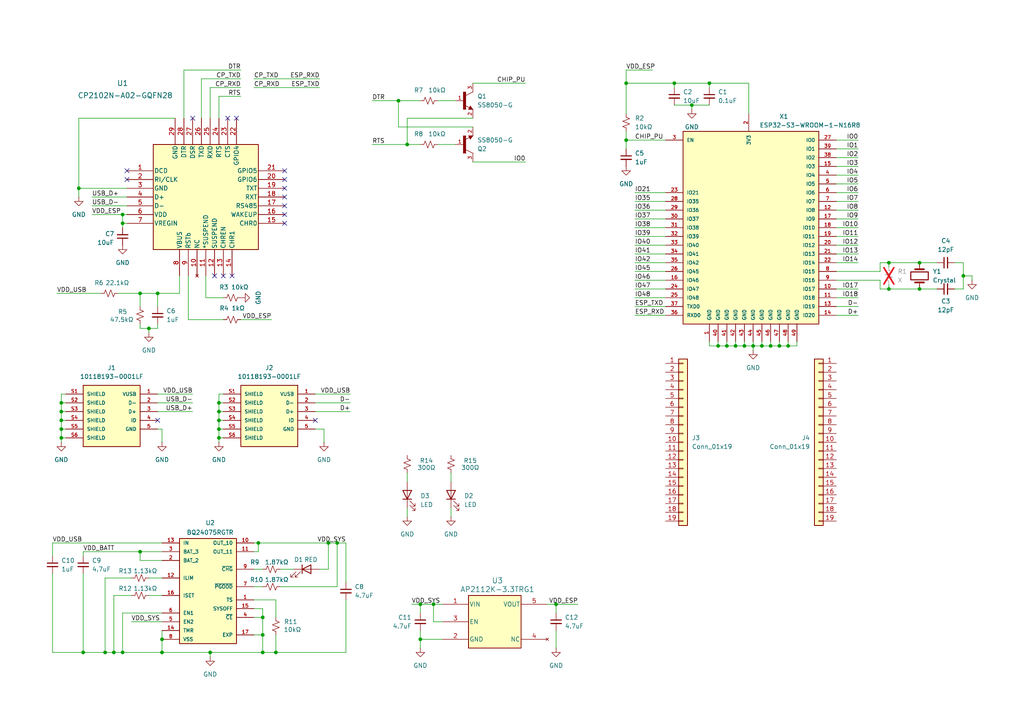
<source format=kicad_sch>
(kicad_sch (version 20231120) (generator "eeschema") (generator_version "8.0")
  (paper "A4")
  (junction (at 63.5 127))
  (junction (at 181.61 40.64))
  (junction (at 228.6 100.33))
  (junction (at 40.64 85.09))
  (junction (at 76.2 184.15))
  (junction (at 63.5 121.92))
  (junction (at 24.13 189.23))
  (junction (at 17.78 119.38))
  (junction (at 60.96 189.23))
  (junction (at 35.56 189.23))
  (junction (at 80.01 189.23))
  (junction (at 74.93 157.48))
  (junction (at 118.11 41.91))
  (junction (at 63.5 119.38))
  (junction (at 220.98 100.33))
  (junction (at 208.28 100.33))
  (junction (at 125.73 175.26))
  (junction (at 17.78 124.46))
  (junction (at 17.78 121.92))
  (junction (at 279.4 80.01))
  (junction (at 35.56 64.77))
  (junction (at 30.48 189.23))
  (junction (at 266.7 76.2))
  (junction (at 213.36 100.33))
  (junction (at 17.78 127))
  (junction (at 257.81 76.2))
  (junction (at 205.74 24.13))
  (junction (at 223.52 100.33))
  (junction (at 46.99 189.23))
  (junction (at 22.86 54.61))
  (junction (at 76.2 189.23))
  (junction (at 226.06 100.33))
  (junction (at 46.99 185.42))
  (junction (at 210.82 100.33))
  (junction (at 266.7 83.82))
  (junction (at 76.2 179.07))
  (junction (at 200.66 30.48))
  (junction (at 115.57 29.21))
  (junction (at 161.29 175.26))
  (junction (at 95.25 157.48))
  (junction (at 17.78 116.84))
  (junction (at 43.18 95.25))
  (junction (at 215.9 100.33))
  (junction (at 35.56 62.23))
  (junction (at 40.64 160.02))
  (junction (at 63.5 116.84))
  (junction (at 63.5 124.46))
  (junction (at 218.44 100.33))
  (junction (at 181.61 24.13))
  (junction (at 121.92 175.26))
  (junction (at 195.58 24.13))
  (junction (at 121.92 185.42))
  (junction (at 257.81 83.82))
  (junction (at 97.79 157.48))
  (junction (at 45.72 85.09))
  (junction (at 33.02 189.23))
  (no_connect (at 68.58 34.29))
  (no_connect (at 82.55 64.77))
  (no_connect (at 82.55 49.53))
  (no_connect (at 82.55 59.69))
  (no_connect (at 82.55 54.61))
  (no_connect (at 62.23 80.01))
  (no_connect (at 36.83 49.53))
  (no_connect (at 82.55 62.23))
  (no_connect (at 55.88 34.29))
  (no_connect (at 66.04 34.29))
  (no_connect (at 82.55 57.15))
  (no_connect (at 45.72 121.92))
  (no_connect (at 82.55 52.07))
  (no_connect (at 67.31 80.01))
  (no_connect (at 64.77 80.01))
  (no_connect (at 36.83 52.07))
  (no_connect (at 91.44 121.92))
  (wire (pts (xy 161.29 182.88) (xy 161.29 187.96)))
  (wire (pts (xy 46.99 177.8) (xy 35.56 177.8)))
  (wire (pts (xy 73.66 179.07) (xy 76.2 179.07)))
  (wire (pts (xy 184.15 86.36) (xy 193.04 86.36)))
  (wire (pts (xy 242.57 55.88) (xy 248.92 55.88)))
  (wire (pts (xy 100.33 173.99) (xy 100.33 189.23)))
  (wire (pts (xy 43.18 172.72) (xy 46.99 172.72)))
  (wire (pts (xy 242.57 66.04) (xy 248.92 66.04)))
  (wire (pts (xy 218.44 100.33) (xy 218.44 101.6)))
  (wire (pts (xy 200.66 30.48) (xy 200.66 31.75)))
  (wire (pts (xy 220.98 99.06) (xy 220.98 100.33)))
  (wire (pts (xy 24.13 189.23) (xy 30.48 189.23)))
  (wire (pts (xy 45.72 85.09) (xy 40.64 85.09)))
  (wire (pts (xy 19.05 119.38) (xy 17.78 119.38)))
  (wire (pts (xy 60.96 190.5) (xy 60.96 189.23)))
  (wire (pts (xy 73.66 22.86) (xy 92.71 22.86)))
  (wire (pts (xy 30.48 167.64) (xy 30.48 189.23)))
  (wire (pts (xy 276.86 83.82) (xy 279.4 83.82)))
  (wire (pts (xy 215.9 100.33) (xy 218.44 100.33)))
  (wire (pts (xy 205.74 99.06) (xy 205.74 100.33)))
  (wire (pts (xy 242.57 48.26) (xy 248.92 48.26)))
  (wire (pts (xy 220.98 100.33) (xy 218.44 100.33)))
  (wire (pts (xy 195.58 30.48) (xy 200.66 30.48)))
  (wire (pts (xy 125.73 180.34) (xy 125.73 175.26)))
  (wire (pts (xy 17.78 127) (xy 19.05 127)))
  (wire (pts (xy 26.67 62.23) (xy 35.56 62.23)))
  (wire (pts (xy 15.24 166.37) (xy 15.24 189.23)))
  (wire (pts (xy 40.64 93.98) (xy 40.64 95.25)))
  (wire (pts (xy 242.57 88.9) (xy 248.92 88.9)))
  (wire (pts (xy 60.96 25.4) (xy 69.85 25.4)))
  (wire (pts (xy 17.78 114.3) (xy 17.78 116.84)))
  (wire (pts (xy 91.44 119.38) (xy 101.6 119.38)))
  (wire (pts (xy 43.18 95.25) (xy 43.18 96.52)))
  (wire (pts (xy 17.78 124.46) (xy 17.78 127)))
  (wire (pts (xy 137.16 36.83) (xy 115.57 36.83)))
  (wire (pts (xy 50.8 34.29) (xy 22.86 34.29)))
  (wire (pts (xy 45.72 124.46) (xy 46.99 124.46)))
  (wire (pts (xy 19.05 116.84) (xy 17.78 116.84)))
  (wire (pts (xy 121.92 185.42) (xy 121.92 187.96)))
  (wire (pts (xy 184.15 60.96) (xy 193.04 60.96)))
  (wire (pts (xy 93.98 128.27) (xy 93.98 124.46)))
  (wire (pts (xy 266.7 76.2) (xy 271.78 76.2)))
  (wire (pts (xy 242.57 81.28) (xy 255.27 81.28)))
  (wire (pts (xy 158.75 175.26) (xy 161.29 175.26)))
  (wire (pts (xy 26.67 59.69) (xy 36.83 59.69)))
  (wire (pts (xy 242.57 50.8) (xy 248.92 50.8)))
  (wire (pts (xy 208.28 99.06) (xy 208.28 100.33)))
  (wire (pts (xy 184.15 55.88) (xy 193.04 55.88)))
  (wire (pts (xy 255.27 76.2) (xy 257.81 76.2)))
  (wire (pts (xy 45.72 114.3) (xy 55.88 114.3)))
  (wire (pts (xy 242.57 43.18) (xy 248.92 43.18)))
  (wire (pts (xy 181.61 40.64) (xy 181.61 38.1)))
  (wire (pts (xy 257.81 76.2) (xy 266.7 76.2)))
  (wire (pts (xy 97.79 170.18) (xy 97.79 157.48)))
  (wire (pts (xy 60.96 34.29) (xy 60.96 25.4)))
  (wire (pts (xy 95.25 157.48) (xy 97.79 157.48)))
  (wire (pts (xy 205.74 24.13) (xy 205.74 25.4)))
  (wire (pts (xy 81.28 165.1) (xy 85.09 165.1)))
  (wire (pts (xy 125.73 175.26) (xy 128.27 175.26)))
  (wire (pts (xy 184.15 68.58) (xy 193.04 68.58)))
  (wire (pts (xy 130.81 147.32) (xy 130.81 149.86)))
  (wire (pts (xy 205.74 100.33) (xy 208.28 100.33)))
  (wire (pts (xy 16.51 85.09) (xy 29.21 85.09)))
  (wire (pts (xy 63.5 128.27) (xy 63.5 127)))
  (wire (pts (xy 184.15 81.28) (xy 193.04 81.28)))
  (wire (pts (xy 242.57 63.5) (xy 248.92 63.5)))
  (wire (pts (xy 184.15 66.04) (xy 193.04 66.04)))
  (wire (pts (xy 161.29 175.26) (xy 161.29 177.8)))
  (wire (pts (xy 22.86 57.15) (xy 22.86 54.61)))
  (wire (pts (xy 231.14 99.06) (xy 231.14 100.33)))
  (wire (pts (xy 35.56 64.77) (xy 35.56 62.23)))
  (wire (pts (xy 217.17 33.02) (xy 217.17 24.13)))
  (wire (pts (xy 33.02 189.23) (xy 35.56 189.23)))
  (wire (pts (xy 24.13 166.37) (xy 24.13 189.23)))
  (wire (pts (xy 53.34 34.29) (xy 53.34 20.32)))
  (wire (pts (xy 242.57 78.74) (xy 255.27 78.74)))
  (wire (pts (xy 213.36 99.06) (xy 213.36 100.33)))
  (wire (pts (xy 226.06 99.06) (xy 226.06 100.33)))
  (wire (pts (xy 242.57 73.66) (xy 248.92 73.66)))
  (wire (pts (xy 33.02 172.72) (xy 33.02 189.23)))
  (wire (pts (xy 107.95 29.21) (xy 115.57 29.21)))
  (wire (pts (xy 184.15 71.12) (xy 193.04 71.12)))
  (wire (pts (xy 46.99 124.46) (xy 46.99 128.27)))
  (wire (pts (xy 69.85 92.71) (xy 78.74 92.71)))
  (wire (pts (xy 58.42 22.86) (xy 69.85 22.86)))
  (wire (pts (xy 181.61 24.13) (xy 195.58 24.13)))
  (wire (pts (xy 213.36 100.33) (xy 215.9 100.33)))
  (wire (pts (xy 181.61 33.02) (xy 181.61 24.13)))
  (wire (pts (xy 100.33 189.23) (xy 80.01 189.23)))
  (wire (pts (xy 63.5 127) (xy 64.77 127)))
  (wire (pts (xy 19.05 124.46) (xy 17.78 124.46)))
  (wire (pts (xy 63.5 124.46) (xy 63.5 121.92)))
  (wire (pts (xy 130.81 137.16) (xy 130.81 139.7)))
  (wire (pts (xy 205.74 30.48) (xy 200.66 30.48)))
  (wire (pts (xy 46.99 162.56) (xy 40.64 162.56)))
  (wire (pts (xy 242.57 83.82) (xy 248.92 83.82)))
  (wire (pts (xy 137.16 46.99) (xy 152.4 46.99)))
  (wire (pts (xy 281.94 80.01) (xy 281.94 81.28)))
  (wire (pts (xy 208.28 100.33) (xy 210.82 100.33)))
  (wire (pts (xy 184.15 76.2) (xy 193.04 76.2)))
  (wire (pts (xy 38.1 167.64) (xy 30.48 167.64)))
  (wire (pts (xy 137.16 34.29) (xy 118.11 34.29)))
  (wire (pts (xy 43.18 95.25) (xy 45.72 95.25)))
  (wire (pts (xy 231.14 100.33) (xy 228.6 100.33)))
  (wire (pts (xy 63.5 119.38) (xy 63.5 116.84)))
  (wire (pts (xy 40.64 85.09) (xy 34.29 85.09)))
  (wire (pts (xy 76.2 184.15) (xy 76.2 189.23)))
  (wire (pts (xy 46.99 182.88) (xy 46.99 185.42)))
  (wire (pts (xy 118.11 137.16) (xy 118.11 139.7)))
  (wire (pts (xy 257.81 83.82) (xy 266.7 83.82)))
  (wire (pts (xy 184.15 73.66) (xy 193.04 73.66)))
  (wire (pts (xy 45.72 85.09) (xy 45.72 88.9)))
  (wire (pts (xy 22.86 34.29) (xy 22.86 54.61)))
  (wire (pts (xy 242.57 40.64) (xy 248.92 40.64)))
  (wire (pts (xy 63.5 119.38) (xy 64.77 119.38)))
  (wire (pts (xy 91.44 114.3) (xy 101.6 114.3)))
  (wire (pts (xy 63.5 116.84) (xy 64.77 116.84)))
  (wire (pts (xy 181.61 20.32) (xy 181.61 24.13)))
  (wire (pts (xy 184.15 78.74) (xy 193.04 78.74)))
  (wire (pts (xy 43.18 167.64) (xy 46.99 167.64)))
  (wire (pts (xy 118.11 41.91) (xy 121.92 41.91)))
  (wire (pts (xy 121.92 175.26) (xy 121.92 177.8)))
  (wire (pts (xy 80.01 184.15) (xy 80.01 189.23)))
  (wire (pts (xy 279.4 80.01) (xy 279.4 83.82)))
  (wire (pts (xy 242.57 91.44) (xy 248.92 91.44)))
  (wire (pts (xy 81.28 170.18) (xy 97.79 170.18)))
  (wire (pts (xy 38.1 180.34) (xy 46.99 180.34)))
  (wire (pts (xy 242.57 68.58) (xy 248.92 68.58)))
  (wire (pts (xy 26.67 57.15) (xy 36.83 57.15)))
  (wire (pts (xy 121.92 175.26) (xy 125.73 175.26)))
  (wire (pts (xy 228.6 100.33) (xy 226.06 100.33)))
  (wire (pts (xy 223.52 100.33) (xy 220.98 100.33)))
  (wire (pts (xy 127 29.21) (xy 132.08 29.21)))
  (wire (pts (xy 255.27 78.74) (xy 255.27 76.2)))
  (wire (pts (xy 74.93 160.02) (xy 74.93 157.48)))
  (wire (pts (xy 195.58 24.13) (xy 205.74 24.13)))
  (wire (pts (xy 73.66 165.1) (xy 76.2 165.1)))
  (wire (pts (xy 210.82 100.33) (xy 213.36 100.33)))
  (wire (pts (xy 223.52 99.06) (xy 223.52 100.33)))
  (wire (pts (xy 73.66 176.53) (xy 76.2 176.53)))
  (wire (pts (xy 255.27 81.28) (xy 255.27 83.82)))
  (wire (pts (xy 181.61 40.64) (xy 181.61 43.18)))
  (wire (pts (xy 73.66 160.02) (xy 74.93 160.02)))
  (wire (pts (xy 184.15 88.9) (xy 193.04 88.9)))
  (wire (pts (xy 15.24 157.48) (xy 46.99 157.48)))
  (wire (pts (xy 118.11 34.29) (xy 118.11 41.91)))
  (wire (pts (xy 80.01 189.23) (xy 76.2 189.23)))
  (wire (pts (xy 46.99 185.42) (xy 46.99 189.23)))
  (wire (pts (xy 60.96 189.23) (xy 76.2 189.23)))
  (wire (pts (xy 19.05 114.3) (xy 17.78 114.3)))
  (wire (pts (xy 64.77 92.71) (xy 54.61 92.71)))
  (wire (pts (xy 121.92 185.42) (xy 128.27 185.42)))
  (wire (pts (xy 118.11 147.32) (xy 118.11 149.86)))
  (wire (pts (xy 93.98 124.46) (xy 91.44 124.46)))
  (wire (pts (xy 17.78 128.27) (xy 17.78 127)))
  (wire (pts (xy 22.86 54.61) (xy 36.83 54.61)))
  (wire (pts (xy 40.64 85.09) (xy 40.64 88.9)))
  (wire (pts (xy 73.66 184.15) (xy 76.2 184.15)))
  (wire (pts (xy 15.24 189.23) (xy 24.13 189.23)))
  (wire (pts (xy 279.4 76.2) (xy 279.4 80.01)))
  (wire (pts (xy 40.64 95.25) (xy 43.18 95.25)))
  (wire (pts (xy 45.72 119.38) (xy 55.88 119.38)))
  (wire (pts (xy 242.57 86.36) (xy 248.92 86.36)))
  (wire (pts (xy 279.4 76.2) (xy 276.86 76.2)))
  (wire (pts (xy 35.56 177.8) (xy 35.56 189.23)))
  (wire (pts (xy 45.72 95.25) (xy 45.72 93.98)))
  (wire (pts (xy 19.05 121.92) (xy 17.78 121.92)))
  (wire (pts (xy 58.42 34.29) (xy 58.42 22.86)))
  (wire (pts (xy 73.66 25.4) (xy 92.71 25.4)))
  (wire (pts (xy 45.72 116.84) (xy 55.88 116.84)))
  (wire (pts (xy 257.81 76.2) (xy 257.81 77.47)))
  (wire (pts (xy 128.27 180.34) (xy 125.73 180.34)))
  (wire (pts (xy 107.95 41.91) (xy 118.11 41.91)))
  (wire (pts (xy 59.69 80.01) (xy 59.69 86.36)))
  (wire (pts (xy 266.7 83.82) (xy 271.78 83.82)))
  (wire (pts (xy 74.93 157.48) (xy 95.25 157.48)))
  (wire (pts (xy 17.78 119.38) (xy 17.78 121.92)))
  (wire (pts (xy 195.58 25.4) (xy 195.58 24.13)))
  (wire (pts (xy 95.25 157.48) (xy 95.25 165.1)))
  (wire (pts (xy 15.24 157.48) (xy 15.24 161.29)))
  (wire (pts (xy 217.17 24.13) (xy 205.74 24.13)))
  (wire (pts (xy 35.56 66.04) (xy 35.56 64.77)))
  (wire (pts (xy 63.5 116.84) (xy 63.5 114.3)))
  (wire (pts (xy 255.27 83.82) (xy 257.81 83.82)))
  (wire (pts (xy 17.78 116.84) (xy 17.78 119.38)))
  (wire (pts (xy 73.66 173.99) (xy 80.01 173.99)))
  (wire (pts (xy 73.66 170.18) (xy 76.2 170.18)))
  (wire (pts (xy 161.29 175.26) (xy 167.64 175.26)))
  (wire (pts (xy 24.13 160.02) (xy 24.13 161.29)))
  (wire (pts (xy 63.5 127) (xy 63.5 124.46)))
  (wire (pts (xy 64.77 86.36) (xy 59.69 86.36)))
  (wire (pts (xy 115.57 36.83) (xy 115.57 29.21)))
  (wire (pts (xy 242.57 71.12) (xy 248.92 71.12)))
  (wire (pts (xy 36.83 64.77) (xy 35.56 64.77)))
  (wire (pts (xy 52.07 80.01) (xy 52.07 85.09)))
  (wire (pts (xy 115.57 29.21) (xy 121.92 29.21)))
  (wire (pts (xy 35.56 189.23) (xy 46.99 189.23)))
  (wire (pts (xy 242.57 53.34) (xy 248.92 53.34)))
  (wire (pts (xy 95.25 165.1) (xy 92.71 165.1)))
  (wire (pts (xy 52.07 85.09) (xy 45.72 85.09)))
  (wire (pts (xy 76.2 176.53) (xy 76.2 179.07)))
  (wire (pts (xy 210.82 99.06) (xy 210.82 100.33)))
  (wire (pts (xy 242.57 60.96) (xy 248.92 60.96)))
  (wire (pts (xy 137.16 24.13) (xy 152.4 24.13)))
  (wire (pts (xy 226.06 100.33) (xy 223.52 100.33)))
  (wire (pts (xy 63.5 121.92) (xy 63.5 119.38)))
  (wire (pts (xy 242.57 45.72) (xy 248.92 45.72)))
  (wire (pts (xy 63.5 121.92) (xy 64.77 121.92)))
  (wire (pts (xy 46.99 189.23) (xy 60.96 189.23)))
  (wire (pts (xy 40.64 160.02) (xy 24.13 160.02)))
  (wire (pts (xy 53.34 20.32) (xy 69.85 20.32)))
  (wire (pts (xy 242.57 76.2) (xy 248.92 76.2)))
  (wire (pts (xy 63.5 124.46) (xy 64.77 124.46)))
  (wire (pts (xy 35.56 62.23) (xy 36.83 62.23)))
  (wire (pts (xy 218.44 99.06) (xy 218.44 100.33)))
  (wire (pts (xy 17.78 121.92) (xy 17.78 124.46)))
  (wire (pts (xy 63.5 27.94) (xy 69.85 27.94)))
  (wire (pts (xy 30.48 189.23) (xy 33.02 189.23)))
  (wire (pts (xy 80.01 173.99) (xy 80.01 179.07)))
  (wire (pts (xy 121.92 182.88) (xy 121.92 185.42)))
  (wire (pts (xy 228.6 99.06) (xy 228.6 100.33)))
  (wire (pts (xy 91.44 116.84) (xy 101.6 116.84)))
  (wire (pts (xy 76.2 179.07) (xy 76.2 184.15)))
  (wire (pts (xy 257.81 82.55) (xy 257.81 83.82)))
  (wire (pts (xy 119.38 175.26) (xy 121.92 175.26)))
  (wire (pts (xy 40.64 162.56) (xy 40.64 160.02)))
  (wire (pts (xy 279.4 80.01) (xy 281.94 80.01)))
  (wire (pts (xy 38.1 172.72) (xy 33.02 172.72)))
  (wire (pts (xy 46.99 160.02) (xy 40.64 160.02)))
  (wire (pts (xy 63.5 114.3) (xy 64.77 114.3)))
  (wire (pts (xy 181.61 20.32) (xy 189.23 20.32)))
  (wire (pts (xy 215.9 99.06) (xy 215.9 100.33)))
  (wire (pts (xy 63.5 34.29) (xy 63.5 27.94)))
  (wire (pts (xy 242.57 58.42) (xy 248.92 58.42)))
  (wire (pts (xy 184.15 83.82) (xy 193.04 83.82)))
  (wire (pts (xy 184.15 91.44) (xy 193.04 91.44)))
  (wire (pts (xy 184.15 63.5) (xy 193.04 63.5)))
  (wire (pts (xy 100.33 168.91) (xy 100.33 157.48)))
  (wire (pts (xy 181.61 40.64) (xy 193.04 40.64)))
  (wire (pts (xy 97.79 157.48) (xy 100.33 157.48)))
  (wire (pts (xy 73.66 157.48) (xy 74.93 157.48)))
  (wire (pts (xy 54.61 92.71) (xy 54.61 80.01)))
  (wire (pts (xy 184.15 58.42) (xy 193.04 58.42)))
  (wire (pts (xy 127 41.91) (xy 132.08 41.91)))
  (label "USB_D-" (at 55.88 116.84 180))
  (label "IO3" (at 248.92 48.26 180))
  (label "CHIP_PU" (at 184.15 40.64 0))
  (label "D+" (at 101.6 119.38 180))
  (label "VDD_ESP" (at 167.64 175.26 180))
  (label "IO6" (at 248.92 55.88 180))
  (label "VDD_SYS" (at 119.38 175.26 0))
  (label "IO8" (at 248.92 60.96 180))
  (label "IO37" (at 184.15 63.5 0))
  (label "VDD_ESP" (at 181.61 20.32 0))
  (label "IO13" (at 248.92 73.66 180))
  (label "USB_D-" (at 26.67 59.69 0))
  (label "ESP_RXD" (at 184.15 91.44 0))
  (label "IO18" (at 248.92 86.36 180))
  (label "VDD_USB" (at 16.51 85.09 0))
  (label "VDD_SYS" (at 38.1 180.34 0))
  (label "VDD_USB" (at 55.88 114.3 180))
  (label "ESP_TXD" (at 92.71 25.4 180))
  (label "IO0" (at 248.92 40.64 180))
  (label "ESP_TXD" (at 184.15 88.9 0))
  (label "IO1" (at 248.92 43.18 180))
  (label "CP_RXD" (at 69.85 25.4 180))
  (label "CP_TXD" (at 73.66 22.86 0))
  (label "IO9" (at 248.92 63.5 180))
  (label "VDD_SYS" (at 100.33 157.48 180))
  (label "VDD_ESP" (at 78.74 92.71 180))
  (label "IO36" (at 184.15 60.96 0))
  (label "IO2" (at 248.92 45.72 180))
  (label "VDD_BATT" (at 24.13 160.02 0))
  (label "IO7" (at 248.92 58.42 180))
  (label "VDD_USB" (at 15.24 157.48 0))
  (label "DTR" (at 69.85 20.32 180))
  (label "IO0" (at 152.4 46.99 180))
  (label "IO48" (at 184.15 86.36 0))
  (label "VDD_USB" (at 101.6 114.3 180))
  (label "IO46" (at 184.15 81.28 0))
  (label "IO17" (at 248.92 83.82 180))
  (label "RTS" (at 107.95 41.91 0))
  (label "IO35" (at 184.15 58.42 0))
  (label "CHIP_PU" (at 152.4 24.13 180))
  (label "D+" (at 248.92 91.44 180))
  (label "ESP_RXD" (at 92.71 22.86 180))
  (label "IO42" (at 184.15 76.2 0))
  (label "CP_TXD" (at 69.85 22.86 180))
  (label "IO5" (at 248.92 53.34 180))
  (label "D-" (at 101.6 116.84 180))
  (label "VDD_ESP" (at 26.67 62.23 0))
  (label "D-" (at 248.92 88.9 180))
  (label "IO4" (at 248.92 50.8 180))
  (label "IO41" (at 184.15 73.66 0))
  (label "IO38" (at 184.15 66.04 0))
  (label "IO11" (at 248.92 68.58 180))
  (label "IO45" (at 184.15 78.74 0))
  (label "CP_RXD" (at 73.66 25.4 0))
  (label "USB_D+" (at 26.67 57.15 0))
  (label "RTS" (at 69.85 27.94 180))
  (label "IO40" (at 184.15 71.12 0))
  (label "DTR" (at 107.95 29.21 0))
  (label "USB_D+" (at 55.88 119.38 180))
  (label "IO14" (at 248.92 76.2 180))
  (label "IO39" (at 184.15 68.58 0))
  (label "IO10" (at 248.92 66.04 180))
  (label "IO21" (at 184.15 55.88 0))
  (label "IO12" (at 248.92 71.12 180))
  (label "IO47" (at 184.15 83.82 0))
  (symbol (lib_id "Device:Crystal") (at 266.7 80.01 90) (unit 1)
    (property "Reference" "Y1" (at 270.51 78.7399 90) (effects (justify right)))
    (property "Value" "Crystal" (at 270.51 81.2799 90) (effects (justify right)))
    (property "Footprint" "32kHz-crystal:12.87159_GYE" (effects (hide yes)))
    (property "Description" "Two pin crystal" (effects (hide yes)))
    (property "Purchase Link" "https://www.digikey.com/en/products/detail/geyer-electronic-america-inc/12-87147/14290689?s=N4IgTCBcDaIOIFMCeCBOACAogGwQYwBdUB7AOwEs90BBAWzUoEMAadASVLwDp0BGMLgA4A7LwAswkAF0AvkA" (effects (hide yes)))
  )
  (symbol (lib_id "power:GND") (at 17.78 128.27 0) (unit 1)
    (property "Reference" "#PWR010" (effects (hide yes)))
    (property "Value" "GND" (at 17.78 133.35 0))
    (property "Description" "Power symbol creates a global label with name \"GND\" , ground" (effects (hide yes)))
  )
  (symbol (lib_id "Device:R_Small_US") (at 40.64 167.64 90) (unit 1)
    (property "Reference" "R13" (at 36.322 165.608 90))
    (property "Value" "1.13kΩ" (at 42.164 165.608 90))
    (property "Footprint" "Resistor_SMD:R_0402_1005Metric_Pad0.72x0.64mm_HandSolder" (effects (hide yes)))
    (property "Description" "Resistor, small US symbol" (effects (hide yes)))
    (property "Tolerance" "1%" (effects (hide yes)))
  )
  (symbol (lib_id "power:GND") (at 63.5 128.27 0) (unit 1)
    (property "Reference" "#PWR014" (effects (hide yes)))
    (property "Value" "GND" (at 63.5 133.35 0))
    (property "Description" "Power symbol creates a global label with name \"GND\" , ground" (effects (hide yes)))
  )
  (symbol (lib_id "AP2112K-3.3:AP2112K-3.3TRG1") (at 135.89 172.72 0) (unit 1)
    (property "Reference" "U3" (at 144.272 168.402 0) (effects (font (size 1.524 1.524))))
    (property "Value" "AP2112K-3.3TRG1" (at 144.272 170.942 0) (effects (font (size 1.524 1.524))))
    (property "Footprint" "AP2112K-3.3:SOT_RG1_DIO" (effects (hide yes)))
    (property "Datasheet" "https://www.diodes.com/assets/Datasheets/AP2112.pdf" (effects (hide yes)))
    (property "Description" "3.3V LDO" (effects (hide yes)))
    (property "Purchase Link" "https://www.digikey.com/en/products/detail/diodes-incorporated/AP2112K-3-3TRG1/4470746?s=N4IgTCBcDaIIIAUwEZlgNIFoDMA6bIAugL5A" (effects (hide yes)))
  )
  (symbol (lib_id "Device:C_Small") (at 195.58 27.94 0) (unit 1)
    (property "Reference" "C2" (at 198.12 26.6762 0) (effects (justify left)))
    (property "Value" "10uF" (at 198.12 29.2162 0) (effects (justify left)))
    (property "Footprint" "Capacitor_SMD:C_01005_0402Metric_Pad0.57x0.30mm_HandSolder" (effects (hide yes)))
    (property "Description" "Unpolarized capacitor, small symbol" (effects (hide yes)))
    (property "Rating" "25V" (effects (hide yes)))
    (property "Tolerance" "20%" (effects (hide yes)))
  )
  (symbol (lib_id "Device:R_Small_US") (at 67.31 92.71 270) (unit 1)
    (property "Reference" "R4" (at 65.024 89.408 90))
    (property "Value" "1kΩ" (at 69.088 89.408 90))
    (property "Footprint" "Resistor_SMD:R_0402_1005Metric_Pad0.72x0.64mm_HandSolder" (effects (hide yes)))
    (property "Description" "Resistor, small US symbol" (effects (hide yes)))
    (property "Tolerance" "1%" (effects (hide yes)))
  )
  (symbol (lib_id "Device:R_Small_US") (at 40.64 172.72 90) (unit 1)
    (property "Reference" "R12" (at 36.322 170.688 90))
    (property "Value" "1.13kΩ" (at 42.164 170.688 90))
    (property "Footprint" "Resistor_SMD:R_0402_1005Metric_Pad0.72x0.64mm_HandSolder" (effects (hide yes)))
    (property "Description" "Resistor, small US symbol" (effects (hide yes)))
    (property "Tolerance" "1%" (effects (hide yes)))
  )
  (symbol (lib_id "Device:C_Small") (at 100.33 171.45 0) (unit 1)
    (property "Reference" "C8" (at 102.87 170.1862 0) (effects (justify left)))
    (property "Value" "4.7uF" (at 102.87 172.7262 0) (effects (justify left)))
    (property "Footprint" "Capacitor_SMD:C_01005_0402Metric_Pad0.57x0.30mm_HandSolder" (effects (hide yes)))
    (property "Description" "Unpolarized capacitor, small symbol" (effects (hide yes)))
    (property "Rating" "16V" (effects (hide yes)))
    (property "Tolerance" "10%" (effects (hide yes)))
  )
  (symbol (lib_id "Device:R_Small_US") (at 40.64 91.44 0) (unit 1)
    (property "Reference" "R5" (at 35.56 90.424 0))
    (property "Value" "47.5kΩ" (at 35.306 92.71 0))
    (property "Footprint" "Resistor_SMD:R_0402_1005Metric_Pad0.72x0.64mm_HandSolder" (effects (hide yes)))
    (property "Description" "Resistor, small US symbol" (effects (hide yes)))
    (property "Tolerance" "1%" (effects (hide yes)))
  )
  (symbol (lib_id "Device:C_Small") (at 45.72 91.44 0) (unit 1)
    (property "Reference" "C6" (at 48.26 90.1762 0) (effects (justify left)))
    (property "Value" "1uF" (at 48.26 92.7162 0) (effects (justify left)))
    (property "Footprint" "Capacitor_SMD:C_01005_0402Metric_Pad0.57x0.30mm_HandSolder" (effects (hide yes)))
    (property "Description" "Unpolarized capacitor, small symbol" (effects (hide yes)))
    (property "Rating" "16V" (effects (hide yes)))
    (property "Tolerance" "10%" (effects (hide yes)))
  )
  (symbol (lib_id "USB-micro-receptacle:10118193-0001LF") (at 81.28 121.92 0) (mirror y) (unit 1)
    (property "Reference" "J2" (at 78.105 106.68 0))
    (property "Value" "10118193-0001LF" (at 78.105 109.22 0))
    (property "Footprint" "10118193-0001LF:AMPHENOL_10118193-0001LF" (effects (hide yes)))
    (property "Datasheet" "https://cdn.amphenol-cs.com/media/wysiwyg/files/documentation/datasheet/inputoutput/io_usb_micro.pdf" (effects (hide yes)))
    (property "Description" "USB micro receptacle" (effects (hide yes)))
    (property "Purchase Link" "https://www.digikey.com/en/products/detail/amphenol-cs-fci/10118193-0001LF/2785388" (effects (hide yes)))
    (property "MF" "Amphenol ICC" (effects (hide yes)))
    (property "MAXIMUM_PACKAGE_HEIGHT" "2.55 mm" (effects (hide yes)))
    (property "Package" "None" (effects (hide yes)))
    (property "Price" "None" (effects (hide yes)))
    (property "Check_prices" "https://www.snapeda.com/parts/10118193-0001LF/Amphenol/view-part/?ref=eda" (effects (hide yes)))
    (property "STANDARD" "Manufacturer Recommendations" (effects (hide yes)))
    (property "PARTREV" "E" (effects (hide yes)))
    (property "SnapEDA_Link" "https://www.snapeda.com/parts/10118193-0001LF/Amphenol/view-part/?ref=snap" (effects (hide yes)))
    (property "MP" "10118193-0001LF" (effects (hide yes)))
    (property "Description_1" "\n                        \n                            Right Angle Surface Mount Mount Female USB Connector 100 V ac 1.8A | Amphenol FCI (Amphenol CS) 10118193-0001LF\n                        \n" (effects (hide yes)))
    (property "Availability" "In Stock" (effects (hide yes)))
    (property "MANUFACTURER" "Amphenol FCI" (effects (hide yes)))
  )
  (symbol (lib_id "power:GND") (at 181.61 48.26 0) (unit 1)
    (property "Reference" "#PWR04" (effects (hide yes)))
    (property "Value" "GND" (at 181.61 53.34 0))
    (property "Description" "Power symbol creates a global label with name \"GND\" , ground" (effects (hide yes)))
  )
  (symbol (lib_id "power:GND") (at 60.96 190.5 0) (unit 1)
    (property "Reference" "#PWR011" (effects (hide yes)))
    (property "Value" "GND" (at 60.96 195.58 0))
    (property "Description" "Power symbol creates a global label with name \"GND\" , ground" (effects (hide yes)))
  )
  (symbol (lib_id "Device:LED") (at 130.81 143.51 90) (unit 1)
    (property "Reference" "D2" (at 134.62 143.8274 90) (effects (justify right)))
    (property "Value" "LED" (at 134.62 146.3674 90) (effects (justify right)))
    (property "Description" "Light emitting diode" (effects (hide yes)))
  )
  (symbol (lib_id "Device:C_Small") (at 15.24 163.83 0) (unit 1)
    (property "Reference" "C10" (at 17.78 162.5662 0) (effects (justify left)))
    (property "Value" "1uF" (at 17.78 165.1062 0) (effects (justify left)))
    (property "Footprint" "Capacitor_SMD:C_01005_0402Metric_Pad0.57x0.30mm_HandSolder" (effects (hide yes)))
    (property "Description" "Unpolarized capacitor, small symbol" (effects (hide yes)))
    (property "Rating" "16V" (effects (hide yes)))
    (property "Tolerance" "10%" (effects (hide yes)))
  )
  (symbol (lib_id "power:GND") (at 121.92 187.96 0) (unit 1)
    (property "Reference" "#PWR012" (effects (hide yes)))
    (property "Value" "GND" (at 121.92 193.04 0))
    (property "Description" "Power symbol creates a global label with name \"GND\" , ground" (effects (hide yes)))
  )
  (symbol (lib_id "Device:R_Small_US") (at 124.46 41.91 270) (unit 1)
    (property "Reference" "R8" (at 121.412 38.862 90))
    (property "Value" "10kΩ" (at 126.746 38.862 90))
    (property "Footprint" "Resistor_SMD:R_0402_1005Metric_Pad0.72x0.64mm_HandSolder" (effects (hide yes)))
    (property "Description" "Resistor, small US symbol" (effects (hide yes)))
    (property "Tolerance" "1%" (effects (hide yes)))
  )
  (symbol (lib_id "Device:C_Small") (at 181.61 45.72 0) (unit 1)
    (property "Reference" "C5" (at 184.15 44.4562 0) (effects (justify left)))
    (property "Value" "1uF" (at 184.15 46.9962 0) (effects (justify left)))
    (property "Footprint" "Capacitor_SMD:C_01005_0402Metric_Pad0.57x0.30mm_HandSolder" (effects (hide yes)))
    (property "Description" "Unpolarized capacitor, small symbol" (effects (hide yes)))
    (property "Rating" "16V" (effects (hide yes)))
    (property "Tolerance" "10%" (effects (hide yes)))
  )
  (symbol (lib_id "power:GND") (at 200.66 31.75 0) (unit 1)
    (property "Reference" "#PWR02" (effects (hide yes)))
    (property "Value" "GND" (at 200.66 36.83 0))
    (property "Description" "Power symbol creates a global label with name \"GND\" , ground" (effects (hide yes)))
  )
  (symbol (lib_id "power:GND") (at 22.86 57.15 0) (unit 1)
    (property "Reference" "#PWR08" (effects (hide yes)))
    (property "Value" "GND" (at 22.86 62.23 0))
    (property "Description" "Power symbol creates a global label with name \"GND\" , ground" (effects (hide yes)))
  )
  (symbol (lib_id "power:GND") (at 93.98 128.27 0) (unit 1)
    (property "Reference" "#PWR015" (effects (hide yes)))
    (property "Value" "GND" (at 93.98 133.35 0))
    (property "Description" "Power symbol creates a global label with name \"GND\" , ground" (effects (hide yes)))
  )
  (symbol (lib_id "Device:R_Small_US") (at 31.75 85.09 270) (unit 1)
    (property "Reference" "R6" (at 28.702 82.042 90))
    (property "Value" "22.1kΩ" (at 34.036 82.042 90))
    (property "Footprint" "Resistor_SMD:R_0402_1005Metric_Pad0.72x0.64mm_HandSolder" (effects (hide yes)))
    (property "Description" "Resistor, small US symbol" (effects (hide yes)))
    (property "Tolerance" "1%" (effects (hide yes)))
  )
  (symbol (lib_id "Device:LED") (at 118.11 143.51 90) (unit 1)
    (property "Reference" "D3" (at 121.92 143.8274 90) (effects (justify right)))
    (property "Value" "LED" (at 121.92 146.3674 90) (effects (justify right)))
    (property "Description" "Light emitting diode" (effects (hide yes)))
  )
  (symbol (lib_id "Device:R_Small_US") (at 78.74 165.1 90) (unit 1)
    (property "Reference" "R9" (at 73.914 163.068 90))
    (property "Value" "1.87kΩ" (at 80.264 163.068 90))
    (property "Footprint" "Resistor_SMD:R_0402_1005Metric_Pad0.72x0.64mm_HandSolder" (effects (hide yes)))
    (property "Description" "Resistor, small US symbol" (effects (hide yes)))
    (property "Tolerance" "1%" (effects (hide yes)))
  )
  (symbol (lib_id "power:GND") (at 118.11 149.86 0) (unit 1)
    (property "Reference" "#PWR016" (effects (hide yes)))
    (property "Value" "GND" (at 118.11 154.94 0))
    (property "Description" "Power symbol creates a global label with name \"GND\" , ground" (effects (hide yes)))
  )
  (symbol (lib_id "Device:R_Small_US") (at 130.81 134.62 180) (unit 1)
    (property "Reference" "R15" (at 136.398 133.604 0))
    (property "Value" "300Ω" (at 136.398 135.636 0))
    (property "Footprint" "Resistor_SMD:R_0402_1005Metric_Pad0.72x0.64mm_HandSolder" (effects (hide yes)))
    (property "Description" "Resistor, small US symbol" (effects (hide yes)))
    (property "Tolerance" "1%" (effects (hide yes)))
  )
  (symbol (lib_id "power:GND") (at 43.18 96.52 0) (unit 1)
    (property "Reference" "#PWR06" (effects (hide yes)))
    (property "Value" "GND" (at 43.18 101.6 0))
    (property "Description" "Power symbol creates a global label with name \"GND\" , ground" (effects (hide yes)))
  )
  (symbol (lib_id "Device:C_Small") (at 205.74 27.94 0) (unit 1)
    (property "Reference" "C1" (at 208.28 26.6762 0) (effects (justify left)))
    (property "Value" "0.1uF" (at 208.28 29.2162 0) (effects (justify left)))
    (property "Footprint" "Capacitor_SMD:C_01005_0402Metric_Pad0.57x0.30mm_HandSolder" (effects (hide yes)))
    (property "Description" "Unpolarized capacitor, small symbol" (effects (hide yes)))
    (property "Rating" "50V" (effects (hide yes)))
    (property "Tolerance" "10%" (effects (hide yes)))
  )
  (symbol (lib_id "power:GND") (at 161.29 187.96 0) (unit 1)
    (property "Reference" "#PWR013" (effects (hide yes)))
    (property "Value" "GND" (at 161.29 193.04 0))
    (property "Description" "Power symbol creates a global label with name \"GND\" , ground" (effects (hide yes)))
  )
  (symbol (lib_id "power:GND") (at 69.85 86.36 90) (unit 1)
    (property "Reference" "#PWR05" (effects (hide yes)))
    (property "Value" "GND" (at 74.93 86.36 0))
    (property "Description" "Power symbol creates a global label with name \"GND\" , ground" (effects (hide yes)))
  )
  (symbol (lib_id "Connector_Generic:Conn_01x19") (at 198.12 128.27 0) (unit 1)
    (property "Reference" "J3" (at 200.66 126.9999 0) (effects (justify left)))
    (property "Value" "Conn_01x19" (at 200.66 129.5399 0) (effects (justify left)))
    (property "Footprint" "Connector_PinHeader_2.54mm:PinHeader_1x19_P2.54mm_Vertical" (effects (hide yes)))
    (property "Description" "Generic connector, single row, 01x19, script generated (kicad-library-utils/schlib/autogen/connector/)" (effects (hide yes)))
  )
  (symbol (lib_id "Device:C_Small") (at 161.29 180.34 0) (unit 1)
    (property "Reference" "C12" (at 163.83 179.0762 0) (effects (justify left)))
    (property "Value" "4.7uF" (at 163.83 181.6162 0) (effects (justify left)))
    (property "Footprint" "Capacitor_SMD:C_01005_0402Metric_Pad0.57x0.30mm_HandSolder" (effects (hide yes)))
    (property "Description" "Unpolarized capacitor, small symbol" (effects (hide yes)))
    (property "Rating" "16V" (effects (hide yes)))
    (property "Tolerance" "10%" (effects (hide yes)))
  )
  (symbol (lib_id "power:GND") (at 281.94 81.28 0) (unit 1)
    (property "Reference" "#PWR03" (effects (hide yes)))
    (property "Value" "GND" (at 281.94 86.36 0))
    (property "Description" "Power symbol creates a global label with name \"GND\" , ground" (effects (hide yes)))
  )
  (symbol (lib_id "Device:R_Small_US") (at 124.46 29.21 270) (unit 1)
    (property "Reference" "R7" (at 121.412 26.162 90))
    (property "Value" "10kΩ" (at 126.746 26.162 90))
    (property "Footprint" "Resistor_SMD:R_0402_1005Metric_Pad0.72x0.64mm_HandSolder" (effects (hide yes)))
    (property "Description" "Resistor, small US symbol" (effects (hide yes)))
    (property "Tolerance" "1%" (effects (hide yes)))
  )
  (symbol (lib_id "power:GND") (at 218.44 101.6 0) (unit 1)
    (property "Reference" "#PWR01" (effects (hide yes)))
    (property "Value" "GND" (at 218.44 106.68 0))
    (property "Description" "Power symbol creates a global label with name \"GND\" , ground" (effects (hide yes)))
  )
  (symbol (lib_id "Device:R_Small_US") (at 181.61 35.56 180) (unit 1)
    (property "Reference" "R2" (at 184.15 34.2899 0) (effects (justify right)))
    (property "Value" "10kΩ" (at 184.15 36.8299 0) (effects (justify right)))
    (property "Footprint" "Resistor_SMD:R_0402_1005Metric_Pad0.72x0.64mm_HandSolder" (effects (hide yes)))
    (property "Description" "Resistor, small US symbol" (effects (hide yes)))
    (property "Tolerance" "1%" (effects (hide yes)))
  )
  (symbol (lib_id "Device:C_Small") (at 121.92 180.34 0) (mirror y) (unit 1)
    (property "Reference" "C11" (at 119.38 179.0762 0) (effects (justify left)))
    (property "Value" "4.7uF" (at 119.38 181.6162 0) (effects (justify left)))
    (property "Footprint" "Capacitor_SMD:C_01005_0402Metric_Pad0.57x0.30mm_HandSolder" (effects (hide yes)))
    (property "Description" "Unpolarized capacitor, small symbol" (effects (hide yes)))
    (property "Rating" "16V" (effects (hide yes)))
    (property "Tolerance" "10%" (effects (hide yes)))
  )
  (symbol (lib_id "Device:C_Small") (at 35.56 68.58 180) (unit 1)
    (property "Reference" "C7" (at 30.48 67.818 0) (effects (justify right)))
    (property "Value" "10uF" (at 28.194 70.358 0) (effects (justify right)))
    (property "Footprint" "Capacitor_SMD:C_01005_0402Metric_Pad0.57x0.30mm_HandSolder" (effects (hide yes)))
    (property "Description" "Unpolarized capacitor, small symbol" (effects (hide yes)))
    (property "Rating" "25V" (effects (hide yes)))
    (property "Tolerance" "20%" (effects (hide yes)))
  )
  (symbol (lib_id "Device:R_Small_US") (at 67.31 86.36 270) (unit 1)
    (property "Reference" "R3" (at 66.294 83.312 90) (effects (justify right)))
    (property "Value" "10kΩ" (at 72.136 83.312 90) (effects (justify right)))
    (property "Footprint" "Resistor_SMD:R_0402_1005Metric_Pad0.72x0.64mm_HandSolder" (effects (hide yes)))
    (property "Description" "Resistor, small US symbol" (effects (hide yes)))
    (property "Tolerance" "1%" (effects (hide yes)))
  )
  (symbol (lib_id "Device:R_Small_US") (at 78.74 170.18 90) (unit 1)
    (property "Reference" "R10" (at 74.422 168.148 90))
    (property "Value" "1.87kΩ" (at 80.264 168.148 90))
    (property "Footprint" "Resistor_SMD:R_0402_1005Metric_Pad0.72x0.64mm_HandSolder" (effects (hide yes)))
    (property "Description" "Resistor, small US symbol" (effects (hide yes)))
    (property "Tolerance" "1%" (effects (hide yes)))
  )
  (symbol (lib_id "Connector_Generic:Conn_01x19") (at 237.49 128.27 0) (mirror y) (unit 1)
    (property "Reference" "J4" (at 234.95 126.9999 0) (effects (justify left)))
    (property "Value" "Conn_01x19" (at 234.95 129.5399 0) (effects (justify left)))
    (property "Footprint" "Connector_PinHeader_2.54mm:PinHeader_1x19_P2.54mm_Vertical" (effects (hide yes)))
    (property "Description" "Generic connector, single row, 01x19, script generated (kicad-library-utils/schlib/autogen/connector/)" (effects (hide yes)))
  )
  (symbol (lib_id "Device:C_Small") (at 274.32 83.82 90) (unit 1)
    (property "Reference" "C3" (at 274.32 87.376 90))
    (property "Value" "12pF" (at 274.32 89.916 90))
    (property "Footprint" "Capacitor_SMD:C_01005_0402Metric_Pad0.57x0.30mm_HandSolder" (effects (hide yes)))
    (property "Description" "Unpolarized capacitor, small symbol" (effects (hide yes)))
  )
  (symbol (lib_id "ESP32-S3-WROOM-1-N16R8:ESP32-S3-WROOM-1-N16R8") (at 198.12 38.1 0) (unit 1)
    (property "Reference" "X1" (at 227.33 33.782 0))
    (property "Value" "ESP32-S3-WROOM-1-N16R8" (at 234.95 36.322 0))
    (property "Footprint" "ESP32-S3-WROOM-1-N16R8:ESP32S3WROOM1N8R2" (effects (hide yes)))
    (property "Datasheet" "https://www.espressif.com/sites/default/files/documentation/esp32-s3-wroom-1_wroom-1u_datasheet_en.pdf" (effects (hide yes)))
    (property "Description" "SMD MODULE, ESP32-S3R8 WITH 3.3V" (effects (hide yes)))
    (property "DESCRIPTION" "SMD MODULE, ESP32-S3R8 WITH 3.3V" (effects (hide yes)))
    (property "Package" "NON STANDARD Espressif Systems" (effects (hide yes)))
    (property "SUPPLIER_PART_NUMBER" "1965-ESP32-S3-WROOM-1-N16R8CT-ND" (effects (hide yes)))
    (property "Price" "None" (effects (hide yes)))
    (property "VALUE" "ESP32-S3-WROOM-1-N16R8" (effects (hide yes)))
    (property "SUPPLIER" "Digikey" (effects (hide yes)))
    (property "Purchase Link" "https://www.digikey.com/en/products/detail/espressif-systems/esp32-s3-wroom-1-n16r8/16162642" (effects (hide yes)))
    (property "MF" "Espressif Systems" (effects (hide yes)))
    (property "Check_prices" "https://www.snapeda.com/parts/ESP32-S3-WROOM-1-N16R8/Espressif+Systems/view-part/?ref=eda" (effects (hide yes)))
    (property "SnapEDA_Link" "https://www.snapeda.com/parts/ESP32-S3-WROOM-1-N16R8/Espressif+Systems/view-part/?ref=snap" (effects (hide yes)))
    (property "MP" "ESP32-S3-WROOM-1-N16R8" (effects (hide yes)))
    (property "Description_1" "\n                        \n                            Bluetooth, WiFi 802.11b/g/n, Bluetooth v5.0 Transceiver Module 2.4GHz PCB Trace Surface Mount\n                        \n" (effects (hide yes)))
    (property "Availability" "In Stock" (effects (hide yes)))
    (property "MANUFACTURER_PART_NUMBER" "ESP32-S3-WROOM-1-N16R8" (effects (hide yes)))
  )
  (symbol (lib_id "Device:C_Small") (at 274.32 76.2 90) (unit 1)
    (property "Reference" "C4" (at 274.3263 69.85 90))
    (property "Value" "12pF" (at 274.3263 72.39 90))
    (property "Footprint" "Capacitor_SMD:C_01005_0402Metric_Pad0.57x0.30mm_HandSolder" (effects (hide yes)))
    (property "Description" "Unpolarized capacitor, small symbol" (effects (hide yes)))
  )
  (symbol (lib_id "CP2102-A02-QFN28:CP2102N-A02-GQFN28") (at 44.45 41.91 0) (unit 1)
    (property "Reference" "U1" (at 35.56 24.13 0) (effects (font (size 1.524 1.524))))
    (property "Value" "CP2102N-A02-GQFN28" (at 36.322 27.686 0) (effects (font (size 1.524 1.524))))
    (property "Footprint" "CP2102N-A02-QFN28:QFN28_5X5_SIL" (effects (hide yes)))
    (property "Datasheet" "https://www.silabs.com/documents/public/data-sheets/cp2102n-datasheet.pdf" (effects (hide yes)))
    (property "Description" "USB to UART Bridge" (effects (hide yes)))
    (property "Purchase Link" "https://www.digikey.com/en/products/detail/silicon-labs/CP2102N-A02-GQFN28R/9863480" (effects (hide yes)))
  )
  (symbol (lib_id "Device:R_Small_US") (at 118.11 134.62 180) (unit 1)
    (property "Reference" "R14" (at 123.698 133.604 0))
    (property "Value" "300Ω" (at 123.698 135.636 0))
    (property "Footprint" "Resistor_SMD:R_0402_1005Metric_Pad0.72x0.64mm_HandSolder" (effects (hide yes)))
    (property "Description" "Resistor, small US symbol" (effects (hide yes)))
    (property "Tolerance" "1%" (effects (hide yes)))
  )
  (symbol (lib_id "BQ24075RGTR:BQ24075RGTR") (at 60.96 172.72 0) (unit 1)
    (property "Reference" "U2" (at 60.96 151.638 0))
    (property "Value" "BQ24075RGTR" (at 60.96 154.432 0))
    (property "Footprint" "BQ24075RGTR:QFN50P300X300X100-17N" (effects (hide yes)))
    (property "Datasheet" "https://www.ti.com/lit/ds/symlink/bq24075.pdf" (effects (hide yes)))
    (property "Description" "Single Cell LiON Battery Charger" (effects (hide yes)))
    (property "Purchase Link" "https://www.digikey.com/en/products/detail/texas-instruments/BQ24075RGTR/2047273" (effects (hide yes)))
    (property "MF" "Texas Instruments" (effects (hide yes)))
    (property "Description_1" "\n                        \n                            Standalone 1-cell 1.5-A linear battery charger, Power Path, 4.2-V VBAT and 5.5-V VOUT\n                        \n" (effects (hide yes)))
    (property "Package" "VQFN-16 Texas Instruments" (effects (hide yes)))
    (property "Price" "None" (effects (hide yes)))
    (property "Check_prices" "https://www.snapeda.com/parts/BQ24075RGTR/Texas+Instruments/view-part/?ref=eda" (effects (hide yes)))
    (property "MAXIMUM_PACKAGE_HIEGHT" "1mm" (effects (hide yes)))
    (property "STANDARD" "IPC 7351B" (effects (hide yes)))
    (property "PARTREV" "M" (effects (hide yes)))
    (property "SnapEDA_Link" "https://www.snapeda.com/parts/BQ24075RGTR/Texas+Instruments/view-part/?ref=snap" (effects (hide yes)))
    (property "MP" "BQ24075RGTR" (effects (hide yes)))
    (property "Availability" "In Stock" (effects (hide yes)))
    (property "MANUFACTURER" "Texas Instruments" (effects (hide yes)))
  )
  (symbol (lib_id "power:GND") (at 130.81 149.86 0) (unit 1)
    (property "Reference" "#PWR017" (effects (hide yes)))
    (property "Value" "GND" (at 130.81 154.94 0))
    (property "Description" "Power symbol creates a global label with name \"GND\" , ground" (effects (hide yes)))
  )
  (symbol (lib_id "power:GND") (at 35.56 71.12 0) (unit 1)
    (property "Reference" "#PWR07" (effects (hide yes)))
    (property "Value" "GND" (at 35.56 76.2 0))
    (property "Description" "Power symbol creates a global label with name \"GND\" , ground" (effects (hide yes)))
  )
  (symbol (lib_id "Device:C_Small") (at 24.13 163.83 0) (unit 1)
    (property "Reference" "C9" (at 26.67 162.5662 0) (effects (justify left)))
    (property "Value" "4.7uF" (at 26.67 165.1062 0) (effects (justify left)))
    (property "Footprint" "Capacitor_SMD:C_01005_0402Metric_Pad0.57x0.30mm_HandSolder" (effects (hide yes)))
    (property "Description" "Unpolarized capacitor, small symbol" (effects (hide yes)))
    (property "Rating" "16V" (effects (hide yes)))
    (property "Tolerance" "10%" (effects (hide yes)))
  )
  (symbol (lib_id "USB-micro-receptacle:10118193-0001LF") (at 35.56 121.92 0) (mirror y) (unit 1)
    (property "Reference" "J1" (at 32.385 106.68 0))
    (property "Value" "10118193-0001LF" (at 32.385 109.22 0))
    (property "Footprint" "10118193-0001LF:AMPHENOL_10118193-0001LF" (effects (hide yes)))
    (property "Datasheet" "https://cdn.amphenol-cs.com/media/wysiwyg/files/documentation/datasheet/inputoutput/io_usb_micro.pdf" (effects (hide yes)))
    (property "Description" "USB micro receptacle" (effects (hide yes)))
    (property "Purchase Link" "https://www.digikey.com/en/products/detail/amphenol-cs-fci/10118193-0001LF/2785388" (effects (hide yes)))
    (property "MF" "Amphenol ICC" (effects (hide yes)))
    (property "MAXIMUM_PACKAGE_HEIGHT" "2.55 mm" (effects (hide yes)))
    (property "Package" "None" (effects (hide yes)))
    (property "Price" "None" (effects (hide yes)))
    (property "Check_prices" "https://www.snapeda.com/parts/10118193-0001LF/Amphenol/view-part/?ref=eda" (effects (hide yes)))
    (property "STANDARD" "Manufacturer Recommendations" (effects (hide yes)))
    (property "PARTREV" "E" (effects (hide yes)))
    (property "SnapEDA_Link" "https://www.snapeda.com/parts/10118193-0001LF/Amphenol/view-part/?ref=snap" (effects (hide yes)))
    (property "MP" "10118193-0001LF" (effects (hide yes)))
    (property "Description_1" "\n                        \n                            Right Angle Surface Mount Mount Female USB Connector 100 V ac 1.8A | Amphenol FCI (Amphenol CS) 10118193-0001LF\n                        \n" (effects (hide yes)))
    (property "Availability" "In Stock" (effects (hide yes)))
    (property "MANUFACTURER" "Amphenol FCI" (effects (hide yes)))
  )
  (symbol (lib_name "SS8050-G_1") (lib_id "SS8050-G:SS8050-G") (at 134.62 41.91 0) (mirror x) (unit 1)
    (property "Reference" "Q2" (at 138.43 43.1801 0) (effects (justify left)))
    (property "Value" "SS8050-G" (at 138.43 40.6401 0) (effects (justify left)))
    (property "Footprint" "SS8050-G:TRANS_SS8050-G" (effects (hide yes)))
    (property "Datasheet" "https://www.comchiptech.com/admin/files/product/SS8050-G%20RevA181526.pdf" (effects (hide yes)))
    (property "MF" "Comchip Technology" (effects (hide yes)))
    (property "MAXIMUM_PACKAGE_HEIGHT" "1.05 mm" (effects (hide yes)))
    (property "Package" "TO-236 Comchip" (effects (hide yes)))
    (property "Price" "None" (effects (hide yes)))
    (property "Check_prices" "https://www.snapeda.com/parts/SS8050-G/Comchip/view-part/?ref=eda" (effects (hide yes)))
    (property "STANDARD" "Manufacturer Recommendations" (effects (hide yes)))
    (property "PARTREV" "A" (effects (hide yes)))
    (property "SnapEDA_Link" "https://www.snapeda.com/parts/SS8050-G/Comchip/view-part/?ref=snap" (effects (hide yes)))
    (property "MP" "SS8050-G" (effects (hide yes)))
    (property "Description_1" "\n                        \n                            Bipolar (BJT) Transistor NPN 25 V 1.5 A 100MHz 300 mW Surface Mount SOT-23-3\n                        \n" (effects (hide yes)))
    (property "Availability" "In Stock" (effects (hide yes)))
    (property "MANUFACTURER" "Comchip" (effects (hide yes)))
  )
  (symbol (lib_id "SS8050-G:SS8050-G") (at 134.62 29.21 0) (unit 1)
    (property "Reference" "Q1" (at 138.43 27.9399 0) (effects (justify left)))
    (property "Value" "SS8050-G" (at 138.43 30.4799 0) (effects (justify left)))
    (property "Footprint" "SS8050-G:TRANS_SS8050-G" (effects (hide yes)))
    (property "MF" "Comchip Technology" (effects (hide yes)))
    (property "MAXIMUM_PACKAGE_HEIGHT" "1.05 mm" (effects (hide yes)))
    (property "Package" "TO-236 Comchip" (effects (hide yes)))
    (property "Price" "None" (effects (hide yes)))
    (property "Check_prices" "https://www.snapeda.com/parts/SS8050-G/Comchip/view-part/?ref=eda" (effects (hide yes)))
    (property "STANDARD" "Manufacturer Recommendations" (effects (hide yes)))
    (property "PARTREV" "A" (effects (hide yes)))
    (property "SnapEDA_Link" "https://www.snapeda.com/parts/SS8050-G/Comchip/view-part/?ref=snap" (effects (hide yes)))
    (property "MP" "SS8050-G" (effects (hide yes)))
    (property "Description_1" "\n                        \n                            Bipolar (BJT) Transistor NPN 25 V 1.5 A 100MHz 300 mW Surface Mount SOT-23-3\n                        \n" (effects (hide yes)))
    (property "Availability" "In Stock" (effects (hide yes)))
    (property "MANUFACTURER" "Comchip" (effects (hide yes)))
  )
  (symbol (lib_id "Device:R_Small_US") (at 257.81 80.01 0) (unit 1) (dnp yes)
    (property "Reference" "R1" (at 260.35 78.7399 0) (effects (justify left)))
    (property "Value" "X" (at 260.35 81.2799 0) (effects (justify left)))
    (property "Footprint" "Resistor_SMD:R_0402_1005Metric_Pad0.72x0.64mm_HandSolder" (effects (hide yes)))
    (property "Description" "Resistor, small US symbol" (effects (hide yes)))
  )
  (symbol (lib_id "power:GND") (at 46.99 128.27 0) (unit 1)
    (property "Reference" "#PWR09" (effects (hide yes)))
    (property "Value" "GND" (at 46.99 133.35 0))
    (property "Description" "Power symbol creates a global label with name \"GND\" , ground" (effects (hide yes)))
  )
  (symbol (lib_id "Device:LED") (at 88.9 165.1 0) (unit 1)
    (property "Reference" "D1" (at 86.614 162.306 0))
    (property "Value" "RED" (at 90.17 162.306 0))
    (property "Footprint" "LED_SMD:LED_0603_1608Metric_Pad1.05x0.95mm_HandSolder" (effects (hide yes)))
    (property "Description" "Light emitting diode" (effects (hide yes)))
  )
  (symbol (lib_id "Device:R_Small_US") (at 80.01 181.61 180) (unit 1)
    (property "Reference" "R11" (at 84.328 180.34 0))
    (property "Value" "10kΩ" (at 84.836 182.626 0))
    (property "Footprint" "Resistor_SMD:R_0402_1005Metric_Pad0.72x0.64mm_HandSolder" (effects (hide yes)))
    (property "Description" "Resistor, small US symbol" (effects (hide yes)))
    (property "Tolerance" "1%" (effects (hide yes)))
  )
)
</source>
